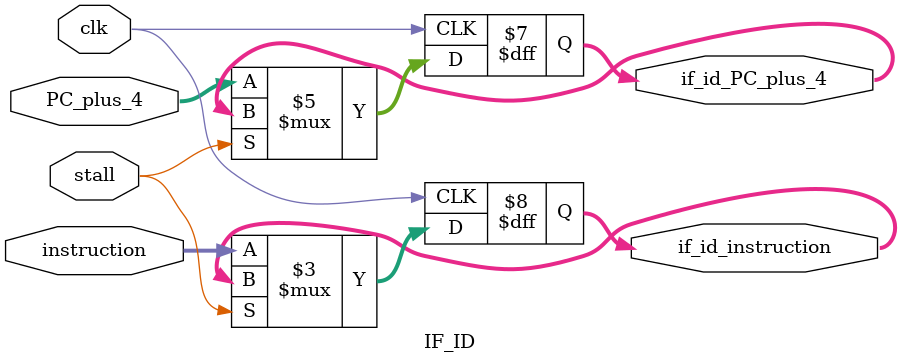
<source format=v>
`timescale 1ns / 1ps

module IF_ID(
    input clk,
	input [31:0] PC_plus_4, instruction,
	output reg [31:0] if_id_PC_plus_4, if_id_instruction,
	input stall
	);
	
	
	always@ (negedge clk)
	begin
	if(!stall) begin
            if_id_PC_plus_4 <= PC_plus_4;
            if_id_instruction <= instruction;
    end
	end
	
endmodule
</source>
